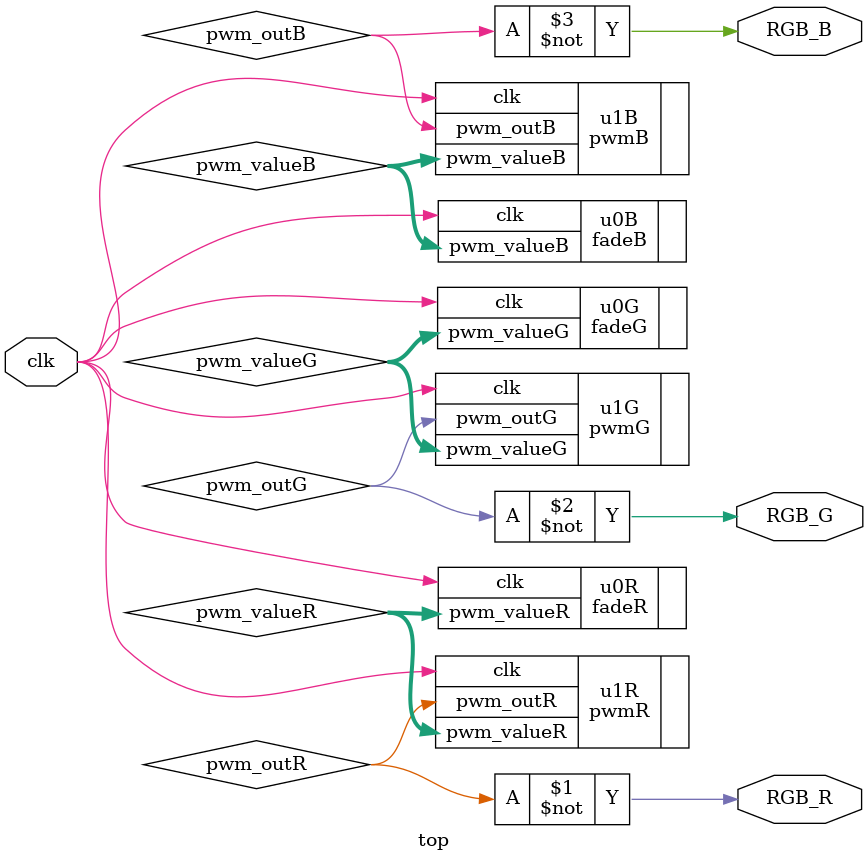
<source format=sv>
`include "fade.sv"
`include "pwm.sv"



module top #(
    parameter PWM_INTERVAL = 1200       // CLK frequency is 12MHz, so 1,200 cycles is 100us
)(
    input logic     clk, 
    output logic    RGB_R,
    output logic    RGB_G,
    output logic    RGB_B
);

    logic [$clog2(PWM_INTERVAL) - 1:0] pwm_valueR;
    logic pwm_outR;
    logic [$clog2(PWM_INTERVAL) - 1:0] pwm_valueG;
    logic pwm_outG;
    logic [$clog2(PWM_INTERVAL) - 1:0] pwm_valueB;
    logic pwm_outB;

    //red
    fadeR #(
        .PWM_INTERVAL   (PWM_INTERVAL)
    ) u0R (
        .clk            (clk), 
        .pwm_valueR      (pwm_valueR)
    );

    pwmR #(
        .PWM_INTERVAL   (PWM_INTERVAL)
    ) u1R (
        .clk            (clk), 
        .pwm_valueR      (pwm_valueR), 
        .pwm_outR        (pwm_outR)
    );

    //green

    fadeG #(
        .PWM_INTERVAL   (PWM_INTERVAL)
    ) u0G (
        .clk            (clk), 
        .pwm_valueG      (pwm_valueG)
    );

    pwmG #(
        .PWM_INTERVAL   (PWM_INTERVAL)
    ) u1G (
        .clk            (clk), 
        .pwm_valueG      (pwm_valueG), 
        .pwm_outG        (pwm_outG)
    );

    //blue
    fadeB #(
        .PWM_INTERVAL   (PWM_INTERVAL)
    ) u0B (
        .clk            (clk), 
        .pwm_valueB      (pwm_valueB)
    );

    pwmB #(
        .PWM_INTERVAL   (PWM_INTERVAL)
    ) u1B (
        .clk            (clk), 
        .pwm_valueB      (pwm_valueB), 
        .pwm_outB        (pwm_outB)
    );
  
    assign {RGB_R} = ~pwm_outR;
    assign {RGB_G} = ~pwm_outG;
    assign {RGB_B} = ~pwm_outB;
    //assign {RGB_R, RGB_B} = 2'b00;

endmodule



</source>
